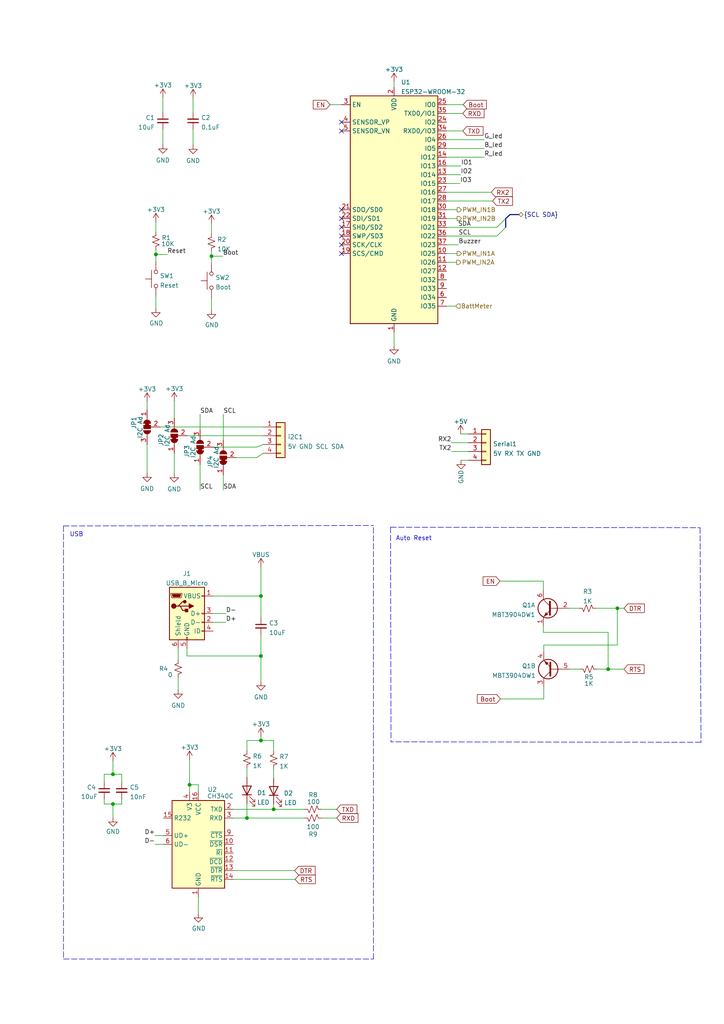
<source format=kicad_sch>
(kicad_sch (version 20211123) (generator eeschema)
  (paper "A4" portrait)
  (lib_symbols
    (symbol "Connector:USB_B_Micro" (pin_names (offset 1.016))
      (property "Reference" "J" (at -5.08 11.43 0))
      (property "Value" "USB_B_Micro" (at -5.08 8.89 0))
      (symbol "USB_B_Micro_0_1"
        (rectangle (start -5.08 -7.62) (end 5.08 7.62) (stroke (width 0.254)) (fill (type background)))
        (circle (center -3.81 2.159) (radius 0.635) (stroke (width 0.254)) (fill (type outline)))
        (circle (center -0.635 3.429) (radius 0.381) (stroke (width 0.254)) (fill (type outline)))
        (rectangle (start -0.127 -7.62) (end 0.127 -6.858))
        (polyline (pts (xy -1.905 2.159) (xy 0.635 2.159)) (stroke (width 0.254)))
        (polyline (pts (xy -3.175 2.159) (xy -2.54 2.159) (xy -1.27 3.429) (xy -0.635 3.429)) (stroke (width 0.254)))
        (polyline (pts (xy -2.54 2.159) (xy -1.905 2.159) (xy -1.27 0.889) (xy 0 0.889)) (stroke (width 0.254)))
        (polyline (pts (xy 0.635 2.794) (xy 0.635 1.524) (xy 1.905 2.159) (xy 0.635 2.794)) (stroke (width 0.254)) (fill (type outline)))
        (polyline (pts (xy -4.318 5.588) (xy -1.778 5.588) (xy -2.032 4.826) (xy -4.064 4.826) (xy -4.318 5.588)) (fill (type outline)))
        (polyline (pts (xy -4.699 5.842) (xy -4.699 5.588) (xy -4.445 4.826) (xy -4.445 4.572) (xy -1.651 4.572) (xy -1.651 4.826) (xy -1.397 5.588) (xy -1.397 5.842) (xy -4.699 5.842)))
        (rectangle (start 0.254 1.27) (end -0.508 0.508) (stroke (width 0.254)) (fill (type outline)))
        (rectangle (start 5.08 -5.207) (end 4.318 -4.953))
        (rectangle (start 5.08 -2.667) (end 4.318 -2.413))
        (rectangle (start 5.08 -0.127) (end 4.318 0.127))
        (rectangle (start 5.08 4.953) (end 4.318 5.207))
      )
      (symbol "USB_B_Micro_1_1"
        (pin power_out line (at 7.62 5.08 180) (length 2.54) (name "VBUS") (number "1"))
        (pin bidirectional line (at 7.62 -2.54 180) (length 2.54) (name "D-") (number "2"))
        (pin bidirectional line (at 7.62 0 180) (length 2.54) (name "D+") (number "3"))
        (pin passive line (at 7.62 -5.08 180) (length 2.54) (name "ID") (number "4"))
        (pin power_out line (at 0 -10.16 90) (length 2.54) (name "GND") (number "5"))
        (pin passive line (at -2.54 -10.16 90) (length 2.54) (name "Shield") (number "6"))
      )
    )
    (symbol "Connector_Generic:Conn_01x04" (pin_names (offset 1.016) hide)
      (property "Reference" "J" (at 0 5.08 0))
      (property "Value" "Conn_01x04" (at 0 -7.62 0))
      (symbol "Conn_01x04_1_1"
        (rectangle (start -1.27 -4.953) (end 0 -5.207) (stroke (width 0.1524)))
        (rectangle (start -1.27 -2.413) (end 0 -2.667) (stroke (width 0.1524)))
        (rectangle (start -1.27 0.127) (end 0 -0.127) (stroke (width 0.1524)))
        (rectangle (start -1.27 2.667) (end 0 2.413) (stroke (width 0.1524)))
        (rectangle (start -1.27 3.81) (end 1.27 -6.35) (stroke (width 0.254)) (fill (type background)))
        (pin passive line (at -5.08 2.54 0) (length 3.81) (name "Pin_1") (number "1"))
        (pin passive line (at -5.08 0 0) (length 3.81) (name "Pin_2") (number "2"))
        (pin passive line (at -5.08 -2.54 0) (length 3.81) (name "Pin_3") (number "3"))
        (pin passive line (at -5.08 -5.08 0) (length 3.81) (name "Pin_4") (number "4"))
      )
    )
    (symbol "Device:C_Small" (pin_numbers hide) (pin_names (offset 0.254) hide)
      (property "Reference" "C" (at 0.254 1.778 0))
      (property "Value" "C_Small" (at 0.254 -2.032 0))
      (symbol "C_Small_0_1"
        (polyline (pts (xy -1.524 -0.508) (xy 1.524 -0.508)) (stroke (width 0.3302)))
        (polyline (pts (xy -1.524 0.508) (xy 1.524 0.508)) (stroke (width 0.3048)))
      )
      (symbol "C_Small_1_1"
        (pin passive line (at 0 2.54 270) (length 2.032) (name "~") (number "1"))
        (pin passive line (at 0 -2.54 90) (length 2.032) (name "~") (number "2"))
      )
    )
    (symbol "Device:LED" (pin_numbers hide) (pin_names (offset 1.016) hide)
      (property "Reference" "D" (at 0 2.54 0))
      (property "Value" "LED" (at 0 -2.54 0))
      (symbol "LED_0_1"
        (polyline (pts (xy -1.27 -1.27) (xy -1.27 1.27)) (stroke (width 0.254)))
        (polyline (pts (xy -1.27 0) (xy 1.27 0)))
        (polyline (pts (xy 1.27 -1.27) (xy 1.27 1.27) (xy -1.27 0) (xy 1.27 -1.27)) (stroke (width 0.254)))
        (polyline (pts (xy -3.048 -0.762) (xy -4.572 -2.286) (xy -3.81 -2.286) (xy -4.572 -2.286) (xy -4.572 -1.524)))
        (polyline (pts (xy -1.778 -0.762) (xy -3.302 -2.286) (xy -2.54 -2.286) (xy -3.302 -2.286) (xy -3.302 -1.524)))
      )
      (symbol "LED_1_1"
        (pin passive line (at -3.81 0 0) (length 2.54) (name "K") (number "1"))
        (pin passive line (at 3.81 0 180) (length 2.54) (name "A") (number "2"))
      )
    )
    (symbol "Device:R_Small_US" (pin_numbers hide) (pin_names (offset 0.254) hide)
      (property "Reference" "R" (at 0.762 0.508 0))
      (property "Value" "R_Small_US" (at 0.762 -1.016 0))
      (symbol "R_Small_US_1_1"
        (polyline (pts (xy 0 0) (xy 1.016 -0.381) (xy 0 -0.762) (xy -1.016 -1.143) (xy 0 -1.524)))
        (polyline (pts (xy 0 1.524) (xy 1.016 1.143) (xy 0 0.762) (xy -1.016 0.381) (xy 0 0)))
        (pin passive line (at 0 2.54 270) (length 1.016) (name "~") (number "1"))
        (pin passive line (at 0 -2.54 90) (length 1.016) (name "~") (number "2"))
      )
    )
    (symbol "Interface_USB:CH340C"
      (property "Reference" "U" (at -5.08 13.97 0))
      (property "Value" "CH340C" (at 1.27 13.97 0))
      (symbol "CH340C_0_1"
        (rectangle (start -7.62 12.7) (end 7.62 -12.7) (stroke (width 0.254)) (fill (type background)))
      )
      (symbol "CH340C_1_1"
        (pin power_in line (at 0 -15.24 90) (length 2.54) (name "GND") (number "1"))
        (pin input line (at 10.16 0 180) (length 2.54) (name "~{DSR}") (number "10"))
        (pin input line (at 10.16 -2.54 180) (length 2.54) (name "~{RI}") (number "11"))
        (pin input line (at 10.16 -5.08 180) (length 2.54) (name "~{DCD}") (number "12"))
        (pin output line (at 10.16 -7.62 180) (length 2.54) (name "~{DTR}") (number "13"))
        (pin output line (at 10.16 -10.16 180) (length 2.54) (name "~{RTS}") (number "14"))
        (pin input line (at -10.16 7.62 0) (length 2.54) (name "R232") (number "15"))
        (pin power_in line (at 0 15.24 270) (length 2.54) (name "VCC") (number "16"))
        (pin output line (at 10.16 10.16 180) (length 2.54) (name "TXD") (number "2"))
        (pin input line (at 10.16 7.62 180) (length 2.54) (name "RXD") (number "3"))
        (pin passive line (at -2.54 15.24 270) (length 2.54) (name "V3") (number "4"))
        (pin bidirectional line (at -10.16 2.54 0) (length 2.54) (name "UD+") (number "5"))
        (pin bidirectional line (at -10.16 0 0) (length 2.54) (name "UD-") (number "6"))
        (pin no_connect line (at -7.62 -7.62 0) (length 2.54) hide (name "NC") (number "7"))
        (pin no_connect line (at -7.62 -10.16 0) (length 2.54) hide (name "NC") (number "8"))
        (pin input line (at 10.16 2.54 180) (length 2.54) (name "~{CTS}") (number "9"))
      )
    )
    (symbol "Jumper:SolderJumper_3_Bridged12" (pin_names (offset 0) hide)
      (property "Reference" "JP" (at -2.54 -2.54 0))
      (property "Value" "SolderJumper_3_Bridged12" (at 0 2.794 0))
      (symbol "SolderJumper_3_Bridged12_0_1"
        (rectangle (start -1.016 0.508) (end -0.508 -0.508) (fill (type outline)))
        (arc (start -1.016 1.016) (mid -2.032 0) (end -1.016 -1.016))
        (arc (start -1.016 1.016) (mid -2.032 0) (end -1.016 -1.016) (fill (type outline)))
        (rectangle (start -0.508 1.016) (end 0.508 -1.016) (fill (type outline)))
        (polyline (pts (xy -2.54 0) (xy -2.032 0)))
        (polyline (pts (xy -1.016 1.016) (xy -1.016 -1.016)))
        (polyline (pts (xy 0 -1.27) (xy 0 -1.016)))
        (polyline (pts (xy 1.016 1.016) (xy 1.016 -1.016)))
        (polyline (pts (xy 2.54 0) (xy 2.032 0)))
        (arc (start 1.016 -1.016) (mid 2.032 0) (end 1.016 1.016))
        (arc (start 1.016 -1.016) (mid 2.032 0) (end 1.016 1.016) (fill (type outline)))
      )
      (symbol "SolderJumper_3_Bridged12_1_1"
        (pin passive line (at -5.08 0 0) (length 2.54) (name "A") (number "1"))
        (pin input line (at 0 -3.81 90) (length 2.54) (name "C") (number "2"))
        (pin passive line (at 5.08 0 180) (length 2.54) (name "B") (number "3"))
      )
    )
    (symbol "RF_Module:ESP32-WROOM-32"
      (property "Reference" "U" (at -12.7 34.29 0))
      (property "Value" "ESP32-WROOM-32" (at 1.27 34.29 0))
      (symbol "ESP32-WROOM-32_0_1"
        (rectangle (start -12.7 33.02) (end 12.7 -33.02) (stroke (width 0.254)) (fill (type background)))
      )
      (symbol "ESP32-WROOM-32_1_1"
        (pin power_in line (at 0 -35.56 90) (length 2.54) (name "GND") (number "1"))
        (pin bidirectional line (at 15.24 -12.7 180) (length 2.54) (name "IO25") (number "10"))
        (pin bidirectional line (at 15.24 -15.24 180) (length 2.54) (name "IO26") (number "11"))
        (pin bidirectional line (at 15.24 -17.78 180) (length 2.54) (name "IO27") (number "12"))
        (pin bidirectional line (at 15.24 10.16 180) (length 2.54) (name "IO14") (number "13"))
        (pin bidirectional line (at 15.24 15.24 180) (length 2.54) (name "IO12") (number "14"))
        (pin passive line (at 0 -35.56 90) (length 2.54) hide (name "GND") (number "15"))
        (pin bidirectional line (at 15.24 12.7 180) (length 2.54) (name "IO13") (number "16"))
        (pin bidirectional line (at -15.24 -5.08 0) (length 2.54) (name "SHD/SD2") (number "17"))
        (pin bidirectional line (at -15.24 -7.62 0) (length 2.54) (name "SWP/SD3") (number "18"))
        (pin bidirectional line (at -15.24 -12.7 0) (length 2.54) (name "SCS/CMD") (number "19"))
        (pin power_in line (at 0 35.56 270) (length 2.54) (name "VDD") (number "2"))
        (pin bidirectional line (at -15.24 -10.16 0) (length 2.54) (name "SCK/CLK") (number "20"))
        (pin bidirectional line (at -15.24 0 0) (length 2.54) (name "SDO/SD0") (number "21"))
        (pin bidirectional line (at -15.24 -2.54 0) (length 2.54) (name "SDI/SD1") (number "22"))
        (pin bidirectional line (at 15.24 7.62 180) (length 2.54) (name "IO15") (number "23"))
        (pin bidirectional line (at 15.24 25.4 180) (length 2.54) (name "IO2") (number "24"))
        (pin bidirectional line (at 15.24 30.48 180) (length 2.54) (name "IO0") (number "25"))
        (pin bidirectional line (at 15.24 20.32 180) (length 2.54) (name "IO4") (number "26"))
        (pin bidirectional line (at 15.24 5.08 180) (length 2.54) (name "IO16") (number "27"))
        (pin bidirectional line (at 15.24 2.54 180) (length 2.54) (name "IO17") (number "28"))
        (pin bidirectional line (at 15.24 17.78 180) (length 2.54) (name "IO5") (number "29"))
        (pin input line (at -15.24 30.48 0) (length 2.54) (name "EN") (number "3"))
        (pin bidirectional line (at 15.24 0 180) (length 2.54) (name "IO18") (number "30"))
        (pin bidirectional line (at 15.24 -2.54 180) (length 2.54) (name "IO19") (number "31"))
        (pin no_connect line (at -12.7 -27.94 0) (length 2.54) hide (name "NC") (number "32"))
        (pin bidirectional line (at 15.24 -5.08 180) (length 2.54) (name "IO21") (number "33"))
        (pin bidirectional line (at 15.24 22.86 180) (length 2.54) (name "RXD0/IO3") (number "34"))
        (pin bidirectional line (at 15.24 27.94 180) (length 2.54) (name "TXD0/IO1") (number "35"))
        (pin bidirectional line (at 15.24 -7.62 180) (length 2.54) (name "IO22") (number "36"))
        (pin bidirectional line (at 15.24 -10.16 180) (length 2.54) (name "IO23") (number "37"))
        (pin passive line (at 0 -35.56 90) (length 2.54) hide (name "GND") (number "38"))
        (pin passive line (at 0 -35.56 90) (length 2.54) hide (name "GND") (number "39"))
        (pin input line (at -15.24 25.4 0) (length 2.54) (name "SENSOR_VP") (number "4"))
        (pin input line (at -15.24 22.86 0) (length 2.54) (name "SENSOR_VN") (number "5"))
        (pin input line (at 15.24 -25.4 180) (length 2.54) (name "IO34") (number "6"))
        (pin input line (at 15.24 -27.94 180) (length 2.54) (name "IO35") (number "7"))
        (pin bidirectional line (at 15.24 -20.32 180) (length 2.54) (name "IO32") (number "8"))
        (pin bidirectional line (at 15.24 -22.86 180) (length 2.54) (name "IO33") (number "9"))
      )
    )
    (symbol "Switch:SW_Push" (pin_numbers hide) (pin_names (offset 1.016) hide)
      (property "Reference" "SW" (at 1.27 2.54 0))
      (property "Value" "SW_Push" (at 0 -1.524 0))
      (symbol "SW_Push_0_1"
        (circle (center -2.032 0) (radius 0.508))
        (polyline (pts (xy 0 1.27) (xy 0 3.048)))
        (polyline (pts (xy 2.54 1.27) (xy -2.54 1.27)))
        (circle (center 2.032 0) (radius 0.508))
        (pin passive line (at -5.08 0 0) (length 2.54) (name "1") (number "1"))
        (pin passive line (at 5.08 0 180) (length 2.54) (name "2") (number "2"))
      )
    )
    (symbol "Transistor_BJT:MBT3904DW1" (pin_names (offset 0) hide)
      (property "Reference" "Q" (at 5.08 1.27 0))
      (property "Value" "MBT3904DW1" (at 5.08 -1.27 0))
      (symbol "MBT3904DW1_0_1"
        (polyline (pts (xy 0.635 0) (xy -2.54 0)))
        (polyline (pts (xy 0.635 0.635) (xy 2.54 2.54)))
        (polyline (pts (xy 0.635 -0.635) (xy 2.54 -2.54) (xy 2.54 -2.54)))
        (polyline (pts (xy 0.635 1.905) (xy 0.635 -1.905) (xy 0.635 -1.905)) (stroke (width 0.508)))
        (polyline (pts (xy 1.27 -1.778) (xy 1.778 -1.27) (xy 2.286 -2.286) (xy 1.27 -1.778) (xy 1.27 -1.778)) (fill (type outline)))
        (circle (center 1.27 0) (radius 2.8194) (stroke (width 0.254)))
      )
      (symbol "MBT3904DW1_1_1"
        (pin passive line (at 2.54 -5.08 90) (length 2.54) (name "E1") (number "1"))
        (pin input line (at -5.08 0 0) (length 2.54) (name "B1") (number "2"))
        (pin passive line (at 2.54 5.08 270) (length 2.54) (name "C1") (number "6"))
      )
      (symbol "MBT3904DW1_2_1"
        (pin passive line (at 2.54 5.08 270) (length 2.54) (name "C2") (number "3"))
        (pin passive line (at 2.54 -5.08 90) (length 2.54) (name "E2") (number "4"))
        (pin input line (at -5.08 0 0) (length 2.54) (name "B2") (number "5"))
      )
    )
    (symbol "power:+3.3V" (power) (pin_names (offset 0))
      (property "Value" "+3.3V" (at 0 3.556 0))
      (symbol "+3.3V_0_1"
        (polyline (pts (xy -0.762 1.27) (xy 0 2.54)))
        (polyline (pts (xy 0 0) (xy 0 2.54)))
        (polyline (pts (xy 0 2.54) (xy 0.762 1.27)))
      )
      (symbol "+3.3V_1_1"
        (pin power_in line (at 0 0 90) (length 0) hide (name "+3V3") (number "1"))
      )
    )
    (symbol "power:+3V3" (power) (pin_names (offset 0))
      (property "Value" "+3V3" (at 0 3.556 0))
      (symbol "+3V3_0_1"
        (polyline (pts (xy -0.762 1.27) (xy 0 2.54)))
        (polyline (pts (xy 0 0) (xy 0 2.54)))
        (polyline (pts (xy 0 2.54) (xy 0.762 1.27)))
      )
      (symbol "+3V3_1_1"
        (pin power_in line (at 0 0 90) (length 0) hide (name "+3V3") (number "1"))
      )
    )
    (symbol "power:+5V" (power) (pin_names (offset 0))
      (property "Value" "+5V" (at 0 3.556 0))
      (symbol "+5V_0_1"
        (polyline (pts (xy -0.762 1.27) (xy 0 2.54)))
        (polyline (pts (xy 0 0) (xy 0 2.54)))
        (polyline (pts (xy 0 2.54) (xy 0.762 1.27)))
      )
      (symbol "+5V_1_1"
        (pin power_in line (at 0 0 90) (length 0) hide (name "+5V") (number "1"))
      )
    )
    (symbol "power:GND" (power) (pin_names (offset 0))
      (property "Value" "GND" (at 0 -3.81 0))
      (symbol "GND_0_1"
        (polyline (pts (xy 0 0) (xy 0 -1.27) (xy 1.27 -1.27) (xy 0 -2.54) (xy -1.27 -1.27) (xy 0 -1.27)))
      )
      (symbol "GND_1_1"
        (pin power_in line (at 0 0 270) (length 0) hide (name "GND") (number "1"))
      )
    )
    (symbol "power:VBUS" (power) (pin_names (offset 0))
      (property "Value" "VBUS" (at 0 3.81 0))
      (symbol "VBUS_0_1"
        (polyline (pts (xy -0.762 1.27) (xy 0 2.54)))
        (polyline (pts (xy 0 0) (xy 0 2.54)))
        (polyline (pts (xy 0 2.54) (xy 0.762 1.27)))
      )
      (symbol "VBUS_1_1"
        (pin power_in line (at 0 0 90) (length 0) hide (name "VBUS") (number "1"))
      )
    )
  )
  (bus_alias "i2c" (members "SDA" "SCL"))
  (junction (at 176.403 194.056))
  (junction (at 32.766 233.172))
  (junction (at 79.375 234.696))
  (junction (at 179.07 176.403))
  (junction (at 45.212 73.787))
  (junction (at 32.766 224.536))
  (junction (at 75.692 190.246))
  (junction (at 61.341 74.295))
  (junction (at 75.692 172.847))
  (junction (at 75.692 214.757))
  (junction (at 71.628 237.236))
  (junction (at 54.991 227.584))
  (no_connect (at 99.06 68.453))
  (no_connect (at 99.06 65.913))
  (no_connect (at 99.06 60.833))
  (no_connect (at 99.06 35.433))
  (no_connect (at 99.06 73.533))
  (no_connect (at 99.06 63.373))
  (no_connect (at 99.06 70.993))
  (no_connect (at 99.06 37.973))
  (bus_entry (at 146.685 63.373) (size -2.54 2.54))
  (bus_entry (at 146.685 65.913) (size -2.54 2.54))
  (wire (pts (xy 93.345 237.236) (xy 97.663 237.236)))
  (wire (pts (xy 61.341 74.295) (xy 61.341 76.327)))
  (wire (pts (xy 61.849 172.847) (xy 75.692 172.847)))
  (polyline (pts (xy 113.284 152.908) (xy 203.073 153.035)))
  (wire (pts (xy 61.341 72.898) (xy 61.341 74.295)))
  (wire (pts (xy 57.531 227.584) (xy 54.991 227.584)))
  (wire (pts (xy 133.731 48.133) (xy 129.54 48.133)))
  (wire (pts (xy 71.628 217.678) (xy 71.628 214.757)))
  (wire (pts (xy 157.607 183.388) (xy 157.607 181.483)))
  (wire (pts (xy 67.691 234.696) (xy 79.375 234.696)))
  (wire (pts (xy 173.228 194.056) (xy 176.403 194.056)))
  (wire (pts (xy 135.89 133.477) (xy 133.731 133.477)))
  (wire (pts (xy 157.734 187.071) (xy 157.734 188.976)))
  (bus (pts (xy 146.685 65.913) (xy 146.685 63.373)))
  (wire (pts (xy 79.375 234.696) (xy 88.265 234.696)))
  (wire (pts (xy 135.89 125.857) (xy 133.604 125.857)))
  (wire (pts (xy 30.226 233.172) (xy 32.766 233.172)))
  (wire (pts (xy 54.229 190.246) (xy 75.692 190.246)))
  (polyline (pts (xy 203.327 215.265) (xy 113.411 215.138)))
  (wire (pts (xy 54.356 126.365) (xy 76.327 126.365)))
  (wire (pts (xy 145.034 168.529) (xy 157.607 168.529)))
  (wire (pts (xy 47.244 28.321) (xy 47.244 32.512)))
  (wire (pts (xy 32.766 224.536) (xy 30.226 224.536)))
  (wire (pts (xy 75.692 214.757) (xy 79.375 214.757)))
  (wire (pts (xy 140.462 43.053) (xy 129.54 43.053)))
  (wire (pts (xy 134.239 32.893) (xy 129.54 32.893)))
  (wire (pts (xy 42.672 128.905) (xy 42.672 137.16)))
  (wire (pts (xy 64.77 137.795) (xy 64.77 142.113)))
  (wire (pts (xy 44.958 242.316) (xy 47.371 242.316)))
  (wire (pts (xy 35.306 224.536) (xy 32.766 224.536)))
  (wire (pts (xy 93.345 234.696) (xy 97.663 234.696)))
  (wire (pts (xy 44.958 244.856) (xy 47.371 244.856)))
  (polyline (pts (xy 113.284 152.908) (xy 113.411 215.138)))
  (wire (pts (xy 132.588 60.833) (xy 129.54 60.833)))
  (bus (pts (xy 146.685 63.373) (xy 147.955 62.23)))
  (wire (pts (xy 157.734 199.136) (xy 157.734 202.692)))
  (wire (pts (xy 142.875 58.293) (xy 129.54 58.293)))
  (wire (pts (xy 129.54 30.353) (xy 134.366 30.353)))
  (wire (pts (xy 76.327 131.445) (xy 74.422 132.715)))
  (wire (pts (xy 45.212 72.39) (xy 45.212 73.787)))
  (wire (pts (xy 61.341 64.897) (xy 61.341 67.818)))
  (wire (pts (xy 35.306 233.172) (xy 35.306 231.775)))
  (wire (pts (xy 50.546 116.332) (xy 50.546 121.285)))
  (wire (pts (xy 61.849 129.667) (xy 74.422 129.667)))
  (wire (pts (xy 132.588 73.533) (xy 129.54 73.533)))
  (wire (pts (xy 54.991 227.584) (xy 54.991 229.616)))
  (wire (pts (xy 95.758 30.353) (xy 99.06 30.353)))
  (wire (pts (xy 79.375 214.757) (xy 79.375 217.805)))
  (wire (pts (xy 114.3 96.393) (xy 114.3 100.203)))
  (wire (pts (xy 51.689 188.087) (xy 51.689 191.389)))
  (wire (pts (xy 74.422 129.667) (xy 76.327 128.905)))
  (wire (pts (xy 157.734 187.071) (xy 179.07 187.071)))
  (wire (pts (xy 130.937 130.937) (xy 135.89 130.937)))
  (wire (pts (xy 64.643 74.295) (xy 61.341 74.295)))
  (wire (pts (xy 67.691 237.236) (xy 71.628 237.236)))
  (wire (pts (xy 45.212 85.979) (xy 45.212 89.408)))
  (wire (pts (xy 140.462 45.593) (xy 129.54 45.593)))
  (wire (pts (xy 74.422 132.715) (xy 68.58 132.715)))
  (wire (pts (xy 165.227 176.403) (xy 167.894 176.403)))
  (wire (pts (xy 134.239 37.973) (xy 129.54 37.973)))
  (wire (pts (xy 71.628 214.757) (xy 75.692 214.757)))
  (wire (pts (xy 30.226 224.536) (xy 30.226 226.695)))
  (wire (pts (xy 176.403 183.388) (xy 176.403 194.056)))
  (wire (pts (xy 56.007 37.592) (xy 56.007 42.037)))
  (wire (pts (xy 54.229 188.087) (xy 54.229 190.246)))
  (polyline (pts (xy 18.415 152.527) (xy 18.415 278.13)))
  (wire (pts (xy 57.531 260.096) (xy 57.531 264.922)))
  (polyline (pts (xy 18.415 278.13) (xy 108.331 278.13)))
  (wire (pts (xy 133.477 53.213) (xy 129.54 53.213)))
  (wire (pts (xy 75.692 184.15) (xy 75.692 190.246)))
  (wire (pts (xy 54.991 220.345) (xy 54.991 227.584)))
  (wire (pts (xy 140.462 40.513) (xy 129.54 40.513)))
  (wire (pts (xy 71.628 237.236) (xy 88.265 237.236)))
  (wire (pts (xy 75.692 190.246) (xy 75.692 197.612)))
  (wire (pts (xy 133.604 50.673) (xy 129.54 50.673)))
  (wire (pts (xy 132.207 88.773) (xy 129.54 88.773)))
  (wire (pts (xy 57.531 229.616) (xy 57.531 227.584)))
  (wire (pts (xy 132.588 63.373) (xy 129.54 63.373)))
  (wire (pts (xy 165.354 194.056) (xy 168.148 194.056)))
  (wire (pts (xy 132.461 76.073) (xy 129.54 76.073)))
  (wire (pts (xy 71.628 233.045) (xy 71.628 237.236)))
  (wire (pts (xy 132.969 70.993) (xy 129.54 70.993)))
  (polyline (pts (xy 203.073 153.035) (xy 203.327 215.265)))
  (wire (pts (xy 67.691 255.016) (xy 85.598 255.016)))
  (wire (pts (xy 129.54 68.453) (xy 144.145 68.453)))
  (polyline (pts (xy 108.331 278.13) (xy 108.331 152.4)))
  (wire (pts (xy 46.482 123.825) (xy 76.327 123.825)))
  (wire (pts (xy 157.734 202.692) (xy 145.161 202.692)))
  (wire (pts (xy 71.628 222.758) (xy 71.628 225.425)))
  (wire (pts (xy 48.514 73.787) (xy 45.212 73.787)))
  (wire (pts (xy 142.494 55.753) (xy 129.54 55.753)))
  (bus (pts (xy 147.955 62.23) (xy 150.495 62.23)))
  (wire (pts (xy 45.212 64.389) (xy 45.212 67.31)))
  (wire (pts (xy 58.039 134.747) (xy 58.039 142.113)))
  (wire (pts (xy 130.937 128.397) (xy 135.89 128.397)))
  (wire (pts (xy 32.766 233.172) (xy 35.306 233.172)))
  (wire (pts (xy 42.672 116.459) (xy 42.672 118.745)))
  (wire (pts (xy 32.766 220.726) (xy 32.766 224.536)))
  (wire (pts (xy 157.607 168.529) (xy 157.607 171.323)))
  (wire (pts (xy 56.007 28.448) (xy 56.007 32.512)))
  (wire (pts (xy 35.306 226.695) (xy 35.306 224.536)))
  (wire (pts (xy 172.974 176.403) (xy 179.07 176.403)))
  (wire (pts (xy 176.403 194.056) (xy 180.975 194.056)))
  (polyline (pts (xy 18.415 152.527) (xy 108.331 152.4)))
  (wire (pts (xy 32.766 233.172) (xy 32.766 237.109)))
  (wire (pts (xy 30.226 231.775) (xy 30.226 233.172)))
  (wire (pts (xy 58.039 120.142) (xy 58.039 124.587)))
  (wire (pts (xy 114.3 23.749) (xy 114.3 25.273)))
  (wire (pts (xy 179.07 176.403) (xy 180.975 176.403)))
  (wire (pts (xy 61.341 86.487) (xy 61.341 89.916)))
  (wire (pts (xy 75.692 213.614) (xy 75.692 214.757)))
  (wire (pts (xy 75.692 172.847) (xy 75.692 179.07)))
  (wire (pts (xy 79.375 233.172) (xy 79.375 234.696)))
  (wire (pts (xy 50.546 131.445) (xy 50.546 137.287)))
  (wire (pts (xy 65.532 180.467) (xy 61.849 180.467)))
  (wire (pts (xy 79.375 222.885) (xy 79.375 225.552)))
  (wire (pts (xy 51.689 196.469) (xy 51.689 200.025)))
  (wire (pts (xy 64.77 120.142) (xy 64.77 127.635)))
  (wire (pts (xy 179.07 187.071) (xy 179.07 176.403)))
  (wire (pts (xy 75.692 172.847) (xy 75.692 164.465)))
  (wire (pts (xy 45.212 73.787) (xy 45.212 75.819)))
  (wire (pts (xy 67.691 252.476) (xy 85.471 252.476)))
  (wire (pts (xy 47.244 37.592) (xy 47.244 41.91)))
  (wire (pts (xy 65.532 177.927) (xy 61.849 177.927)))
  (wire (pts (xy 157.607 183.388) (xy 176.403 183.388)))
  (wire (pts (xy 129.54 65.913) (xy 144.145 65.913)))
  (text "Auto Reset" (at 114.808 156.972 0) (effects (font (size 1.27 1.27)) (justify left bottom)))
  (text "USB" (at 20.193 155.829 0) (effects (font (size 1.27 1.27)) (justify left bottom)))
  (label "SDA" (at 132.842 65.913 0))
  (label "SDA" (at 64.77 142.113 0))
  (label "TX2" (at 130.937 130.937 180))
  (label "D+" (at 65.532 180.467 0))
  (label "Reset" (at 48.514 73.787 0))
  (label "D-" (at 44.958 244.856 180))
  (label "D+" (at 44.958 242.316 180))
  (label "B_led" (at 140.462 43.053 0))
  (label "SCL" (at 64.77 120.142 0))
  (label "SDA" (at 58.039 120.142 0))
  (label "G_led" (at 140.462 40.513 0))
  (label "Buzzer" (at 132.969 70.993 0))
  (label "Boot" (at 64.643 74.295 0))
  (label "IO1" (at 133.731 48.133 0))
  (label "D-" (at 65.532 177.927 0))
  (label "IO2" (at 133.604 50.673 0))
  (label "RX2" (at 130.937 128.397 180))
  (label "IO3" (at 133.477 53.213 0))
  (label "SCL" (at 132.969 68.453 0))
  (label "SCL" (at 58.039 142.113 0))
  (label "R_led" (at 140.462 45.593 0))
  (global_label "TXD" (shape input) (at 97.663 234.696 0) (property "Intersheet References" "${INTERSHEET_REFS}" (effects hide)))
  (global_label "RX2" (shape input) (at 142.494 55.753 0) (property "Intersheet References" "${INTERSHEET_REFS}" (effects hide)))
  (global_label "TX2" (shape input) (at 142.875 58.293 0) (property "Intersheet References" "${INTERSHEET_REFS}" (effects hide)))
  (global_label "RTS" (shape input) (at 85.598 255.016 0) (property "Intersheet References" "${INTERSHEET_REFS}" (effects hide)))
  (global_label "TXD" (shape input) (at 134.239 37.973 0) (property "Intersheet References" "${INTERSHEET_REFS}" (effects hide)))
  (global_label "EN" (shape input) (at 95.758 30.353 180) (property "Intersheet References" "${INTERSHEET_REFS}" (effects hide)))
  (global_label "RXD" (shape input) (at 97.663 237.236 0) (property "Intersheet References" "${INTERSHEET_REFS}" (effects hide)))
  (global_label "RXD" (shape input) (at 134.239 32.893 0) (property "Intersheet References" "${INTERSHEET_REFS}" (effects hide)))
  (global_label "Boot" (shape input) (at 145.161 202.692 180) (property "Intersheet References" "${INTERSHEET_REFS}" (effects hide)))
  (global_label "DTR" (shape input) (at 180.975 176.403 0) (property "Intersheet References" "${INTERSHEET_REFS}" (effects hide)))
  (global_label "RTS" (shape input) (at 180.975 194.056 0) (property "Intersheet References" "${INTERSHEET_REFS}" (effects hide)))
  (global_label "DTR" (shape input) (at 85.471 252.476 0) (property "Intersheet References" "${INTERSHEET_REFS}" (effects hide)))
  (global_label "Boot" (shape input) (at 134.366 30.353 0) (property "Intersheet References" "${INTERSHEET_REFS}" (effects hide)))
  (global_label "EN" (shape input) (at 145.034 168.529 180) (property "Intersheet References" "${INTERSHEET_REFS}" (effects hide)))
  (hierarchical_label "PWM_IN1B" (shape output) (at 132.588 60.833 0))
  (hierarchical_label "PWM_IN2B" (shape output) (at 132.588 63.373 0))
  (hierarchical_label "PWM_IN1A" (shape output) (at 132.588 73.533 0))
  (hierarchical_label "BattMeter" (shape input) (at 132.207 88.773 0))
  (hierarchical_label "PWM_IN2A" (shape output) (at 132.461 76.073 0))
  (hierarchical_label "{SCL SDA}" (shape bidirectional) (at 150.495 62.23 0))
  (symbol (lib_id "Jumper:SolderJumper_3_Bridged12") (at 64.77 132.715 90) (unit 1)
    (property "Reference" "JP4" (at 60.96 135.763 0) (effects (justify left)))
    (property "Value" "I2C Ad" (at 62.738 135.89 0) (effects (justify left)))
    (property "Footprint" "Jumper:SolderJumper-3_P1.3mm_Bridged12_RoundedPad1.0x1.5mm" (effects hide))
  )
  (symbol (lib_id "Device:R_Small_US") (at 170.688 194.056 90) (mirror x) (unit 1)
    (property "Reference" "R5" (at 170.815 196.342 90))
    (property "Value" "1K" (at 170.815 198.247 90))
    (property "Footprint" "Resistor_SMD:R_0805_2012Metric" (effects hide))
  )
  (symbol (lib_id "power:+3.3V") (at 32.766 220.726 0) (unit 1)
    (property "Reference" "#PWR022" (effects hide))
    (property "Value" "+3.3V" (at 32.766 217.1215 0))
  )
  (symbol (lib_id "power:GND") (at 56.007 42.037 0) (unit 1)
    (property "Reference" "#PWR05" (effects hide))
    (property "Value" "GND" (at 56.007 46.5995 0))
  )
  (symbol (lib_id "Device:R_Small_US") (at 170.434 176.403 90) (mirror x) (unit 1)
    (property "Reference" "R3" (at 170.434 171.5475 90))
    (property "Value" "1K" (at 170.434 174.3226 90))
    (property "Footprint" "Resistor_SMD:R_0805_2012Metric" (effects hide))
  )
  (symbol (lib_id "power:GND") (at 50.546 137.287 0) (unit 1)
    (property "Reference" "#PWR016" (effects hide))
    (property "Value" "GND" (at 50.546 141.8495 0))
  )
  (symbol (lib_id "power:+3.3V") (at 56.007 28.448 0) (unit 1)
    (property "Reference" "#PWR03" (effects hide))
    (property "Value" "+3.3V" (at 56.007 24.8435 0))
  )
  (symbol (lib_id "Device:R_Small_US") (at 71.628 220.218 0) (mirror y) (unit 1)
    (property "Reference" "R6" (at 73.279 219.3095 0) (effects (justify right)))
    (property "Value" "1K" (at 73.279 222.0846 0) (effects (justify right)))
    (property "Footprint" "Resistor_SMD:R_0805_2012Metric" (effects hide))
  )
  (symbol (lib_id "power:+3.3V") (at 61.341 64.897 0) (unit 1)
    (property "Reference" "#PWR07" (effects hide))
    (property "Value" "+3.3V" (at 61.341 61.2925 0))
  )
  (symbol (lib_id "power:GND") (at 114.3 100.203 0) (unit 1)
    (property "Reference" "#PWR010" (effects hide))
    (property "Value" "GND" (at 114.3 104.7655 0))
  )
  (symbol (lib_id "power:GND") (at 32.766 237.109 0) (unit 1)
    (property "Reference" "#PWR023" (effects hide))
    (property "Value" "GND" (at 32.766 241.173 0))
  )
  (symbol (lib_id "RF_Module:ESP32-WROOM-32") (at 114.3 60.833 0) (unit 1)
    (property "Reference" "U1" (at 116.3194 23.8465 0) (effects (justify left)))
    (property "Value" "ESP32-WROOM-32" (at 116.3194 26.6216 0) (effects (justify left)))
    (property "Footprint" "RF_Module:ESP32-WROOM-32" (effects hide))
    (property "Datasheet" "https://www.espressif.com/sites/default/files/documentation/esp32-wroom-32_datasheet_en.pdf" (effects hide))
  )
  (symbol (lib_id "Device:C_Small") (at 35.306 229.235 0) (mirror y) (unit 1)
    (property "Reference" "C5" (at 37.6301 228.3328 0) (effects (justify right)))
    (property "Value" "10nF" (at 37.6301 231.1079 0) (effects (justify right)))
    (property "Footprint" "Capacitor_SMD:C_0805_2012Metric" (effects hide))
  )
  (symbol (lib_id "Device:R_Small_US") (at 61.341 70.358 0) (mirror y) (unit 1)
    (property "Reference" "R2" (at 62.992 69.4495 0) (effects (justify right)))
    (property "Value" "10K" (at 62.992 72.2246 0) (effects (justify right)))
    (property "Footprint" "Resistor_SMD:R_0805_2012Metric" (effects hide))
  )
  (symbol (lib_id "power:+3.3V") (at 75.692 213.614 0) (unit 1)
    (property "Reference" "#PWR020" (effects hide))
    (property "Value" "+3.3V" (at 75.692 210.0095 0))
  )
  (symbol (lib_id "Connector_Generic:Conn_01x04") (at 81.407 126.365 0) (unit 1)
    (property "Reference" "i2C1" (at 83.439 126.7265 0) (effects (justify left)))
    (property "Value" "5V GND SCL SDA" (at 83.439 129.5016 0) (effects (justify left)))
    (property "Footprint" "Connector_PinHeader_2.54mm:PinHeader_1x04_P2.54mm_Vertical" (effects hide))
  )
  (symbol (lib_id "power:GND") (at 45.212 89.408 0) (unit 1)
    (property "Reference" "#PWR08" (effects hide))
    (property "Value" "GND" (at 45.339 93.726 0))
  )
  (symbol (lib_id "Switch:SW_Push") (at 61.341 81.407 90) (unit 1)
    (property "Reference" "SW2" (at 62.484 80.4985 90) (effects (justify right)))
    (property "Value" "Boot" (at 62.484 83.2736 90) (effects (justify right)))
    (property "Footprint" "Button_Switch_SMD:SW_SPST_B3U-1000P" (effects hide))
  )
  (symbol (lib_id "power:GND") (at 42.672 137.16 0) (unit 1)
    (property "Reference" "#PWR015" (effects hide))
    (property "Value" "GND" (at 42.672 141.7225 0))
  )
  (symbol (lib_id "Transistor_BJT:MBT3904DW1") (at 160.147 176.403 0) (mirror y) (unit 1)
    (property "Reference" "Q1" (at 155.2957 175.4945 0) (effects (justify left)))
    (property "Value" "MBT3904DW1" (at 155.2957 178.2696 0) (effects (justify left)))
    (property "Footprint" "Package_TO_SOT_SMD:SOT-363_SC-70-6" (effects hide))
    (property "Datasheet" "http://www.onsemi.com/pub_link/Collateral/MBT3904DW1T1-D.PDF" (effects hide))
  )
  (symbol (lib_id "power:GND") (at 51.689 200.025 0) (unit 1)
    (property "Reference" "#PWR019" (effects hide))
    (property "Value" "GND" (at 51.689 204.5875 0))
  )
  (symbol (lib_id "power:GND") (at 133.731 133.477 0) (unit 1)
    (property "Reference" "#PWR014" (effects hide))
    (property "Value" "GND" (at 133.731 140.335 90) (effects (justify left)))
  )
  (symbol (lib_id "Device:C_Small") (at 56.007 35.052 180) (unit 1)
    (property "Reference" "C2" (at 58.3311 34.1371 0) (effects (justify right)))
    (property "Value" "0.1uF" (at 58.3311 36.9122 0) (effects (justify right)))
    (property "Footprint" "Capacitor_SMD:C_0805_2012Metric" (effects hide))
  )
  (symbol (lib_id "Jumper:SolderJumper_3_Bridged12") (at 42.672 123.825 90) (mirror x) (unit 1)
    (property "Reference" "JP1" (at 38.862 120.777 0) (effects (justify left)))
    (property "Value" "I2C Ad" (at 40.64 120.65 0) (effects (justify left)))
    (property "Footprint" "Jumper:SolderJumper-3_P1.3mm_Bridged12_RoundedPad1.0x1.5mm" (effects hide))
  )
  (symbol (lib_id "Device:LED") (at 71.628 229.235 90) (unit 1)
    (property "Reference" "D1" (at 74.549 229.914 90) (effects (justify right)))
    (property "Value" "LED" (at 74.549 232.6891 90) (effects (justify right)))
    (property "Footprint" "LED_SMD:LED_0805_2012Metric_Pad1.15x1.40mm_HandSolder" (effects hide))
  )
  (symbol (lib_id "power:+3.3V") (at 45.212 64.389 0) (unit 1)
    (property "Reference" "#PWR06" (effects hide))
    (property "Value" "+3.3V" (at 45.212 60.7845 0))
  )
  (symbol (lib_id "power:+3.3V") (at 54.991 220.345 0) (unit 1)
    (property "Reference" "#PWR021" (effects hide))
    (property "Value" "+3.3V" (at 54.991 216.7405 0))
  )
  (symbol (lib_id "Connector_Generic:Conn_01x04") (at 140.97 128.397 0) (unit 1)
    (property "Reference" "Serial1" (at 143.002 128.7585 0) (effects (justify left)))
    (property "Value" "5V RX TX GND" (at 143.002 131.5336 0) (effects (justify left)))
    (property "Footprint" "Connector_PinHeader_2.54mm:PinHeader_1x04_P2.54mm_Vertical" (effects hide))
  )
  (symbol (lib_id "Device:R_Small_US") (at 90.805 237.236 90) (mirror x) (unit 1)
    (property "Reference" "R9" (at 90.805 241.935 90))
    (property "Value" "100" (at 90.805 239.776 90))
    (property "Footprint" "Resistor_SMD:R_0805_2012Metric" (effects hide))
  )
  (symbol (lib_id "power:+3.3V") (at 47.244 28.321 0) (unit 1)
    (property "Reference" "#PWR02" (effects hide))
    (property "Value" "+3.3V" (at 47.244 24.7165 0))
  )
  (symbol (lib_id "power:+3V3") (at 50.546 116.332 0) (unit 1)
    (property "Reference" "#PWR011" (effects hide))
    (property "Value" "+3V3" (at 50.546 112.7275 0))
  )
  (symbol (lib_id "power:GND") (at 47.244 41.91 0) (unit 1)
    (property "Reference" "#PWR04" (effects hide))
    (property "Value" "GND" (at 47.244 46.4725 0))
  )
  (symbol (lib_id "power:GND") (at 57.531 264.922 0) (unit 1)
    (property "Reference" "#PWR024" (effects hide))
    (property "Value" "GND" (at 57.658 269.24 0))
  )
  (symbol (lib_id "Connector:USB_B_Micro") (at 54.229 177.927 0) (unit 1)
    (property "Reference" "J1" (at 54.229 166.3405 0))
    (property "Value" "USB_B_Micro" (at 54.229 169.1156 0))
    (property "Footprint" "Connector_USB:USB_Micro-AB_Molex_47590-0001" (effects hide))
  )
  (symbol (lib_id "power:GND") (at 75.692 197.612 0) (unit 1)
    (property "Reference" "#PWR018" (effects hide))
    (property "Value" "GND" (at 75.692 202.1745 0))
  )
  (symbol (lib_id "Interface_USB:CH340C") (at 57.531 244.856 0) (unit 1)
    (property "Reference" "U2" (at 60.198 228.981 0) (effects (justify left)))
    (property "Value" "CH340C" (at 60.071 230.886 0) (effects (justify left)))
    (property "Footprint" "Package_SO:SOIC-16_3.9x9.9mm_P1.27mm" (effects hide))
    (property "Datasheet" "https://datasheet.lcsc.com/szlcsc/Jiangsu-Qin-Heng-CH340C_C84681.pdf" (effects hide))
  )
  (symbol (lib_id "Jumper:SolderJumper_3_Bridged12") (at 58.039 129.667 90) (unit 1)
    (property "Reference" "JP3" (at 54.229 132.715 0) (effects (justify left)))
    (property "Value" "I2C Ad" (at 56.007 132.842 0) (effects (justify left)))
    (property "Footprint" "Jumper:SolderJumper-3_P1.3mm_Bridged12_RoundedPad1.0x1.5mm" (effects hide))
  )
  (symbol (lib_id "Device:R_Small_US") (at 51.689 193.929 0) (mirror y) (unit 1)
    (property "Reference" "R4" (at 46.101 193.929 0) (effects (justify right)))
    (property "Value" "0" (at 48.641 195.707 0) (effects (justify right)))
    (property "Footprint" "Resistor_SMD:R_0805_2012Metric" (effects hide))
  )
  (symbol (lib_id "Switch:SW_Push") (at 45.212 80.899 90) (unit 1)
    (property "Reference" "SW1" (at 46.355 79.9905 90) (effects (justify right)))
    (property "Value" "Reset" (at 46.355 82.7656 90) (effects (justify right)))
    (property "Footprint" "Button_Switch_SMD:SW_SPST_B3U-1000P" (effects hide))
  )
  (symbol (lib_id "Device:R_Small_US") (at 79.375 220.345 0) (mirror y) (unit 1)
    (property "Reference" "R7" (at 81.026 219.4365 0) (effects (justify right)))
    (property "Value" "1K" (at 81.026 222.2116 0) (effects (justify right)))
    (property "Footprint" "Resistor_SMD:R_0805_2012Metric" (effects hide))
  )
  (symbol (lib_id "power:VBUS") (at 75.692 164.465 0) (unit 1)
    (property "Reference" "#PWR017" (effects hide))
    (property "Value" "VBUS" (at 75.692 160.8605 0))
  )
  (symbol (lib_id "Device:C_Small") (at 30.226 229.235 0) (mirror y) (unit 1)
    (property "Reference" "C4" (at 27.9019 228.3328 0) (effects (justify left)))
    (property "Value" "10uF" (at 28.321 231.013 0) (effects (justify left)))
    (property "Footprint" "Capacitor_SMD:C_0805_2012Metric" (effects hide))
  )
  (symbol (lib_id "Device:R_Small_US") (at 45.212 69.85 0) (mirror y) (unit 1)
    (property "Reference" "R1" (at 46.863 68.9415 0) (effects (justify right)))
    (property "Value" "10K" (at 46.736 70.739 0) (effects (justify right)))
    (property "Footprint" "Resistor_SMD:R_0805_2012Metric" (effects hide))
  )
  (symbol (lib_id "Transistor_BJT:MBT3904DW1") (at 160.274 194.056 180) (unit 2)
    (property "Reference" "Q1" (at 155.4227 193.1475 0) (effects (justify left)))
    (property "Value" "MBT3904DW1" (at 155.4227 195.9226 0) (effects (justify left)))
    (property "Footprint" "Package_TO_SOT_SMD:SOT-363_SC-70-6" (effects hide))
    (property "Datasheet" "http://www.onsemi.com/pub_link/Collateral/MBT3904DW1T1-D.PDF" (effects hide))
  )
  (symbol (lib_id "Device:C_Small") (at 75.692 181.61 0) (unit 1)
    (property "Reference" "C3" (at 78.0161 180.7078 0) (effects (justify left)))
    (property "Value" "10uF" (at 78.0161 183.4829 0) (effects (justify left)))
    (property "Footprint" "Capacitor_SMD:C_0805_2012Metric" (effects hide))
  )
  (symbol (lib_id "power:GND") (at 61.341 89.916 0) (unit 1)
    (property "Reference" "#PWR09" (effects hide))
    (property "Value" "GND" (at 61.468 94.234 0))
  )
  (symbol (lib_id "Device:C_Small") (at 47.244 35.052 0) (mirror y) (unit 1)
    (property "Reference" "C1" (at 44.9199 34.1498 0) (effects (justify left)))
    (property "Value" "10uF" (at 44.9199 36.9249 0) (effects (justify left)))
    (property "Footprint" "Capacitor_SMD:C_0805_2012Metric" (effects hide))
  )
  (symbol (lib_id "power:+5V") (at 133.604 125.857 0) (unit 1)
    (property "Reference" "#PWR013" (effects hide))
    (property "Value" "+5V" (at 133.604 122.2525 0))
  )
  (symbol (lib_id "power:+3V3") (at 42.672 116.459 0) (unit 1)
    (property "Reference" "#PWR012" (effects hide))
    (property "Value" "+3V3" (at 42.672 112.8545 0))
  )
  (symbol (lib_id "Jumper:SolderJumper_3_Bridged12") (at 50.546 126.365 90) (unit 1)
    (property "Reference" "JP2" (at 46.736 129.413 0) (effects (justify left)))
    (property "Value" "I2C Ad" (at 48.514 129.54 0) (effects (justify left)))
    (property "Footprint" "Jumper:SolderJumper-3_P1.3mm_Bridged12_RoundedPad1.0x1.5mm" (effects hide))
  )
  (symbol (lib_id "Device:R_Small_US") (at 90.805 234.696 90) (mirror x) (unit 1)
    (property "Reference" "R8" (at 90.805 230.505 90))
    (property "Value" "100" (at 90.932 232.537 90))
    (property "Footprint" "Resistor_SMD:R_0805_2012Metric" (effects hide))
  )
  (symbol (lib_id "power:+3.3V") (at 114.3 23.749 0) (unit 1)
    (property "Reference" "#PWR01" (effects hide))
    (property "Value" "+3.3V" (at 114.3 20.1445 0))
  )
  (symbol (lib_id "Device:LED") (at 79.375 229.362 90) (unit 1)
    (property "Reference" "D2" (at 82.296 230.041 90) (effects (justify right)))
    (property "Value" "LED" (at 82.423 232.791 90) (effects (justify right)))
    (property "Footprint" "LED_SMD:LED_0805_2012Metric_Pad1.15x1.40mm_HandSolder" (effects hide))
  )
)
</source>
